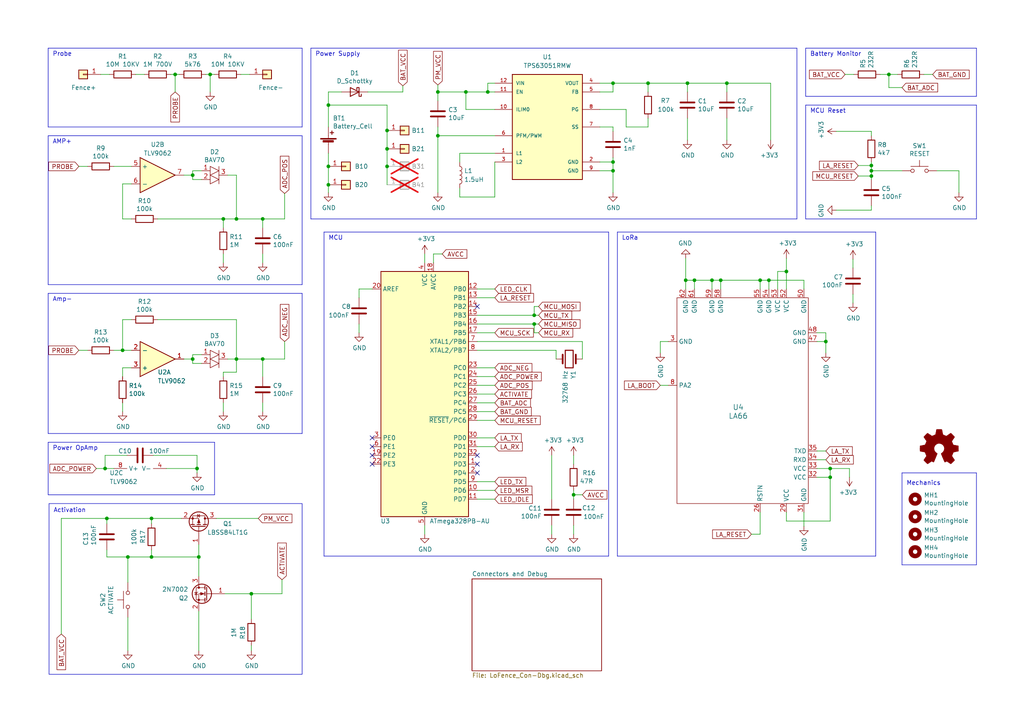
<source format=kicad_sch>
(kicad_sch (version 20230121) (generator eeschema)
  (paper "A4")
  (title_block (title "LoFence V2") (rev "0.4"))
  (junction (at 112.268 48.26))
  (junction (at 239.522 99.06))
  (junction (at 64.77 63.5))
  (junction (at 252.73 49.53))
  (junction (at 72.898 172.212))
  (junction (at 220.472 81.28))
  (junction (at 187.96 24.13))
  (junction (at 95.25 53.594))
  (junction (at 112.268 43.18))
  (junction (at 177.8 49.53))
  (junction (at 154.94 91.44))
  (junction (at 68.58 104.14))
  (junction (at 154.94 93.98))
  (junction (at 60.96 21.59))
  (junction (at 50.8 21.59))
  (junction (at 198.882 81.28))
  (junction (at 37.084 161.544))
  (junction (at 57.658 161.544))
  (junction (at 55.88 104.14))
  (junction (at 209.042 81.28))
  (junction (at 30.988 150.368))
  (junction (at 35.56 101.6))
  (junction (at 43.942 150.368))
  (junction (at 57.15 135.89))
  (junction (at 228.092 78.74))
  (junction (at 127 26.67))
  (junction (at 206.502 81.28))
  (junction (at 257.81 21.59))
  (junction (at 55.88 50.8))
  (junction (at 30.48 135.89))
  (junction (at 201.422 81.28))
  (junction (at 141.478 26.67))
  (junction (at 177.8 46.99))
  (junction (at 68.58 63.5))
  (junction (at 223.012 81.28))
  (junction (at 76.2 63.5))
  (junction (at 76.2 104.14))
  (junction (at 112.268 37.846))
  (junction (at 240.792 138.43))
  (junction (at 43.942 161.544))
  (junction (at 166.37 143.51))
  (junction (at 95.25 30.48))
  (junction (at 199.39 24.13))
  (junction (at 252.73 48.006))
  (junction (at 210.82 24.13))
  (junction (at 177.8 24.13))
  (junction (at 135.128 26.67))
  (junction (at 252.73 51.054))
  (junction (at 127 39.37))
  (junction (at 95.25 48.26))
  (junction (at 240.792 135.89))
  (no_connect (at 138.43 134.62))
  (no_connect (at 138.43 88.9))
  (no_connect (at 107.95 134.62))
  (no_connect (at 138.43 137.16))
  (no_connect (at 138.43 132.08))
  (no_connect (at 107.95 129.54))
  (no_connect (at 107.95 132.08))
  (no_connect (at 107.95 127))
  (wire (pts (xy 30.988 159.512) (xy 30.988 161.544)))
  (wire (pts (xy 156.21 88.9) (xy 154.94 88.9)))
  (wire (pts (xy 168.91 99.06) (xy 168.91 104.14)))
  (polyline (pts (xy 13.97 39.37) (xy 13.97 82.55)))
  (wire (pts (xy 173.99 31.75) (xy 181.61 31.75)))
  (polyline (pts (xy 283.21 163.83) (xy 283.21 137.16)))
  (wire (pts (xy 95.25 30.48) (xy 112.268 30.48)))
  (wire (pts (xy 143.51 46.99) (xy 143.51 57.15)))
  (wire (pts (xy 181.61 36.83) (xy 181.61 31.75)))
  (wire (pts (xy 35.56 63.5) (xy 38.1 63.5)))
  (wire (pts (xy 228.092 148.59) (xy 228.092 151.13)))
  (wire (pts (xy 95.25 48.26) (xy 95.25 53.594)))
  (wire (pts (xy 64.77 116.84) (xy 64.77 119.38)))
  (wire (pts (xy 95.25 26.67) (xy 99.06 26.67)))
  (wire (pts (xy 133.35 46.99) (xy 133.35 44.45)))
  (wire (pts (xy 248.92 48.006) (xy 252.73 48.006)))
  (wire (pts (xy 30.48 132.08) (xy 36.83 132.08)))
  (wire (pts (xy 187.96 24.13) (xy 177.8 24.13)))
  (wire (pts (xy 68.58 92.71) (xy 45.72 92.71)))
  (wire (pts (xy 138.43 142.24) (xy 143.51 142.24)))
  (wire (pts (xy 35.56 101.6) (xy 38.1 101.6)))
  (polyline (pts (xy 283.21 30.48) (xy 283.21 63.5)))
  (wire (pts (xy 166.37 144.78) (xy 166.37 143.51)))
  (wire (pts (xy 206.502 83.82) (xy 206.502 81.28)))
  (wire (pts (xy 38.1 53.34) (xy 35.56 53.34)))
  (polyline (pts (xy 87.63 36.83) (xy 13.97 36.83)))
  (wire (pts (xy 220.472 83.82) (xy 220.472 81.28)))
  (polyline (pts (xy 87.63 13.97) (xy 13.97 13.97)))
  (wire (pts (xy 143.51 86.36) (xy 138.43 86.36)))
  (wire (pts (xy 112.268 37.846) (xy 112.268 43.18)))
  (wire (pts (xy 223.012 83.82) (xy 223.012 81.28)))
  (wire (pts (xy 64.77 76.2) (xy 64.77 73.66)))
  (wire (pts (xy 35.56 101.6) (xy 33.02 101.6)))
  (wire (pts (xy 127 26.67) (xy 135.128 26.67)))
  (wire (pts (xy 82.55 56.134) (xy 82.55 63.5)))
  (wire (pts (xy 65.278 172.212) (xy 72.898 172.212)))
  (polyline (pts (xy 233.68 30.48) (xy 283.21 30.48)))
  (wire (pts (xy 209.042 81.28) (xy 206.502 81.28)))
  (wire (pts (xy 116.84 24.892) (xy 116.84 26.67)))
  (wire (pts (xy 43.942 161.544) (xy 57.658 161.544)))
  (wire (pts (xy 55.88 52.07) (xy 55.88 50.8)))
  (wire (pts (xy 76.2 73.66) (xy 76.2 76.2)))
  (wire (pts (xy 66.04 104.14) (xy 68.58 104.14)))
  (polyline (pts (xy 176.53 161.29) (xy 93.98 161.29)))
  (wire (pts (xy 123.19 152.4) (xy 123.19 154.94)))
  (wire (pts (xy 35.56 119.38) (xy 35.56 116.84)))
  (polyline (pts (xy 87.63 125.73) (xy 13.97 125.73)))
  (wire (pts (xy 247.396 87.884) (xy 247.396 85.344)))
  (wire (pts (xy 177.8 26.67) (xy 177.8 24.13)))
  (polyline (pts (xy 283.21 27.94) (xy 233.68 27.94)))
  (wire (pts (xy 95.25 30.48) (xy 95.25 36.83)))
  (wire (pts (xy 133.35 57.15) (xy 133.35 54.61)))
  (wire (pts (xy 30.48 135.89) (xy 30.48 132.08)))
  (wire (pts (xy 201.422 83.82) (xy 201.422 81.28)))
  (wire (pts (xy 44.45 132.08) (xy 57.15 132.08)))
  (wire (pts (xy 76.2 66.04) (xy 76.2 63.5)))
  (wire (pts (xy 173.99 36.83) (xy 177.8 36.83)))
  (wire (pts (xy 64.77 63.5) (xy 64.77 66.04)))
  (wire (pts (xy 252.73 51.054) (xy 252.73 49.53)))
  (wire (pts (xy 209.042 83.82) (xy 209.042 81.28)))
  (wire (pts (xy 138.43 99.06) (xy 168.91 99.06)))
  (polyline (pts (xy 13.97 39.37) (xy 87.63 39.37)))
  (wire (pts (xy 55.88 104.14) (xy 53.34 104.14)))
  (wire (pts (xy 240.792 151.13) (xy 240.792 138.43)))
  (wire (pts (xy 161.29 101.6) (xy 161.29 104.14)))
  (wire (pts (xy 143.51 31.75) (xy 135.128 31.75)))
  (wire (pts (xy 257.81 25.4) (xy 261.62 25.4)))
  (wire (pts (xy 72.898 172.212) (xy 72.898 179.578)))
  (wire (pts (xy 199.39 26.67) (xy 199.39 24.13)))
  (wire (pts (xy 76.2 109.22) (xy 76.2 104.14)))
  (polyline (pts (xy 254 67.31) (xy 179.07 67.31)))
  (polyline (pts (xy 231.14 63.5) (xy 231.14 13.97)))
  (wire (pts (xy 48.26 135.89) (xy 57.15 135.89)))
  (wire (pts (xy 55.88 49.53) (xy 55.88 50.8)))
  (wire (pts (xy 247.65 21.59) (xy 245.11 21.59)))
  (wire (pts (xy 239.522 133.35) (xy 236.982 133.35)))
  (wire (pts (xy 225.552 83.82) (xy 225.552 78.74)))
  (wire (pts (xy 35.56 92.71) (xy 35.56 101.6)))
  (wire (pts (xy 257.81 25.4) (xy 257.81 21.59)))
  (wire (pts (xy 252.73 48.006) (xy 252.73 49.53)))
  (wire (pts (xy 236.982 96.52) (xy 239.522 96.52)))
  (wire (pts (xy 58.42 105.41) (xy 55.88 105.41)))
  (wire (pts (xy 135.128 31.75) (xy 135.128 26.67)))
  (wire (pts (xy 271.78 49.53) (xy 278.13 49.53)))
  (wire (pts (xy 112.268 48.26) (xy 112.268 53.594)))
  (wire (pts (xy 143.51 57.15) (xy 133.35 57.15)))
  (wire (pts (xy 37.084 161.544) (xy 43.942 161.544)))
  (polyline (pts (xy 62.23 128.27) (xy 13.97 128.27)))
  (wire (pts (xy 49.53 21.59) (xy 50.8 21.59)))
  (wire (pts (xy 38.1 106.68) (xy 35.56 106.68)))
  (wire (pts (xy 187.96 34.29) (xy 187.96 36.83)))
  (wire (pts (xy 143.51 127) (xy 138.43 127)))
  (wire (pts (xy 39.37 21.59) (xy 41.91 21.59)))
  (wire (pts (xy 64.77 107.95) (xy 68.58 107.95)))
  (polyline (pts (xy 283.21 63.5) (xy 233.68 63.5)))
  (wire (pts (xy 64.77 63.5) (xy 68.58 63.5)))
  (wire (pts (xy 76.2 104.14) (xy 68.58 104.14)))
  (polyline (pts (xy 231.14 63.5) (xy 90.17 63.5)))
  (wire (pts (xy 143.51 129.54) (xy 138.43 129.54)))
  (wire (pts (xy 143.51 121.92) (xy 138.43 121.92)))
  (polyline (pts (xy 87.63 82.55) (xy 13.97 82.55)))
  (wire (pts (xy 55.88 50.8) (xy 53.34 50.8)))
  (polyline (pts (xy 283.21 27.94) (xy 283.21 13.97)))
  (wire (pts (xy 154.94 88.9) (xy 154.94 91.44)))
  (wire (pts (xy 168.91 143.51) (xy 166.37 143.51)))
  (wire (pts (xy 76.2 104.14) (xy 82.55 104.14)))
  (wire (pts (xy 228.092 74.93) (xy 228.092 78.74)))
  (wire (pts (xy 57.658 177.292) (xy 57.658 188.722)))
  (wire (pts (xy 35.56 106.68) (xy 35.56 109.22)))
  (wire (pts (xy 220.472 81.28) (xy 209.042 81.28)))
  (wire (pts (xy 141.478 26.67) (xy 143.51 26.67)))
  (wire (pts (xy 107.95 83.82) (xy 104.14 83.82)))
  (wire (pts (xy 239.522 130.81) (xy 236.982 130.81)))
  (wire (pts (xy 252.73 49.53) (xy 261.62 49.53)))
  (polyline (pts (xy 179.07 161.29) (xy 179.07 67.31)))
  (wire (pts (xy 201.422 81.28) (xy 198.882 81.28)))
  (wire (pts (xy 17.78 150.368) (xy 30.988 150.368)))
  (wire (pts (xy 198.882 74.93) (xy 198.882 81.28)))
  (wire (pts (xy 125.73 73.66) (xy 125.73 76.2)))
  (wire (pts (xy 217.932 154.94) (xy 220.472 154.94)))
  (wire (pts (xy 240.792 135.89) (xy 240.792 138.43)))
  (wire (pts (xy 239.522 96.52) (xy 239.522 99.06)))
  (polyline (pts (xy 13.97 143.51) (xy 62.23 143.51)))
  (wire (pts (xy 270.51 21.59) (xy 267.97 21.59)))
  (wire (pts (xy 30.988 161.544) (xy 37.084 161.544)))
  (wire (pts (xy 82.55 104.14) (xy 82.55 99.06)))
  (wire (pts (xy 239.522 102.362) (xy 239.522 99.06)))
  (wire (pts (xy 138.43 83.82) (xy 143.51 83.82)))
  (wire (pts (xy 138.43 114.3) (xy 143.51 114.3)))
  (wire (pts (xy 257.81 21.59) (xy 260.35 21.59)))
  (wire (pts (xy 127 26.67) (xy 127 29.21)))
  (wire (pts (xy 156.21 96.52) (xy 154.94 96.52)))
  (wire (pts (xy 25.4 101.6) (xy 22.86 101.6)))
  (wire (pts (xy 72.898 172.212) (xy 81.788 172.212)))
  (wire (pts (xy 37.084 179.07) (xy 37.084 188.722)))
  (wire (pts (xy 58.42 52.07) (xy 55.88 52.07)))
  (polyline (pts (xy 13.97 36.83) (xy 13.97 13.97)))
  (wire (pts (xy 35.56 53.34) (xy 35.56 63.5)))
  (wire (pts (xy 27.94 135.89) (xy 30.48 135.89)))
  (wire (pts (xy 104.14 83.82) (xy 104.14 86.36)))
  (wire (pts (xy 191.516 102.362) (xy 191.516 99.06)))
  (polyline (pts (xy 93.98 67.31) (xy 93.98 161.29)))
  (polyline (pts (xy 90.17 13.97) (xy 90.17 63.5)))
  (polyline (pts (xy 13.97 85.09) (xy 87.63 85.09)))
  (wire (pts (xy 127 36.83) (xy 127 39.37)))
  (wire (pts (xy 123.19 76.2) (xy 123.19 73.66)))
  (polyline (pts (xy 87.63 36.83) (xy 87.63 13.97)))
  (wire (pts (xy 143.51 111.76) (xy 138.43 111.76)))
  (wire (pts (xy 76.2 116.84) (xy 76.2 119.38)))
  (wire (pts (xy 138.43 144.78) (xy 143.51 144.78)))
  (wire (pts (xy 210.82 26.67) (xy 210.82 24.13)))
  (wire (pts (xy 50.8 21.59) (xy 52.07 21.59)))
  (wire (pts (xy 141.478 24.13) (xy 141.478 26.67)))
  (wire (pts (xy 60.96 21.59) (xy 62.23 21.59)))
  (wire (pts (xy 57.658 157.988) (xy 57.658 161.544)))
  (wire (pts (xy 233.172 148.59) (xy 233.172 152.654)))
  (polyline (pts (xy 283.21 137.16) (xy 261.62 137.16)))
  (wire (pts (xy 81.788 172.212) (xy 81.788 168.148)))
  (wire (pts (xy 199.39 24.13) (xy 210.82 24.13)))
  (wire (pts (xy 72.898 187.198) (xy 72.898 188.722)))
  (wire (pts (xy 95.25 44.45) (xy 95.25 48.26)))
  (wire (pts (xy 25.4 48.26) (xy 22.86 48.26)))
  (wire (pts (xy 246.38 135.89) (xy 246.38 138.43)))
  (wire (pts (xy 138.43 96.52) (xy 143.51 96.52)))
  (wire (pts (xy 57.15 135.89) (xy 57.15 137.16)))
  (wire (pts (xy 138.43 101.6) (xy 161.29 101.6)))
  (wire (pts (xy 43.942 161.544) (xy 43.942 159.512)))
  (wire (pts (xy 210.82 34.29) (xy 210.82 40.64)))
  (wire (pts (xy 57.658 167.132) (xy 57.658 161.544)))
  (wire (pts (xy 236.982 135.89) (xy 240.792 135.89)))
  (wire (pts (xy 173.99 49.53) (xy 177.8 49.53)))
  (wire (pts (xy 252.73 60.96) (xy 252.73 59.69)))
  (wire (pts (xy 37.084 161.544) (xy 37.084 168.91)))
  (wire (pts (xy 187.96 24.13) (xy 199.39 24.13)))
  (wire (pts (xy 57.15 132.08) (xy 57.15 135.89)))
  (polyline (pts (xy 13.97 128.27) (xy 13.97 143.51)))
  (wire (pts (xy 154.94 91.44) (xy 156.21 91.44)))
  (wire (pts (xy 66.04 50.8) (xy 68.58 50.8)))
  (wire (pts (xy 166.37 143.51) (xy 166.37 142.24)))
  (wire (pts (xy 228.092 151.13) (xy 240.792 151.13)))
  (wire (pts (xy 59.69 21.59) (xy 60.96 21.59)))
  (wire (pts (xy 177.8 45.72) (xy 177.8 46.99)))
  (wire (pts (xy 166.37 154.94) (xy 166.37 152.4)))
  (wire (pts (xy 38.1 48.26) (xy 33.02 48.26)))
  (wire (pts (xy 135.128 26.67) (xy 141.478 26.67)))
  (wire (pts (xy 225.552 78.74) (xy 228.092 78.74)))
  (wire (pts (xy 127 24.638) (xy 127 26.67)))
  (polyline (pts (xy 233.68 27.94) (xy 233.68 13.97)))
  (wire (pts (xy 60.96 26.67) (xy 60.96 21.59)))
  (wire (pts (xy 55.88 102.87) (xy 55.88 104.14)))
  (wire (pts (xy 223.52 24.13) (xy 210.82 24.13)))
  (wire (pts (xy 173.99 24.13) (xy 177.8 24.13)))
  (wire (pts (xy 138.43 139.7) (xy 143.51 139.7)))
  (wire (pts (xy 187.96 26.67) (xy 187.96 24.13)))
  (wire (pts (xy 236.982 138.43) (xy 240.792 138.43)))
  (wire (pts (xy 30.988 150.368) (xy 43.942 150.368)))
  (wire (pts (xy 112.268 30.48) (xy 112.268 37.846)))
  (wire (pts (xy 17.78 183.896) (xy 17.78 150.368)))
  (wire (pts (xy 191.516 111.76) (xy 193.802 111.76)))
  (polyline (pts (xy 13.97 85.09) (xy 13.97 125.73)))
  (wire (pts (xy 252.73 51.054) (xy 252.73 52.07)))
  (wire (pts (xy 68.58 50.8) (xy 68.58 63.5)))
  (wire (pts (xy 199.39 34.29) (xy 199.39 40.64)))
  (wire (pts (xy 160.02 154.94) (xy 160.02 152.4)))
  (wire (pts (xy 76.2 63.5) (xy 82.55 63.5)))
  (wire (pts (xy 68.58 92.71) (xy 68.58 104.14)))
  (polyline (pts (xy 261.62 163.83) (xy 283.21 163.83)))
  (wire (pts (xy 252.73 46.99) (xy 252.73 48.006)))
  (wire (pts (xy 127 39.37) (xy 143.51 39.37)))
  (wire (pts (xy 255.27 21.59) (xy 257.81 21.59)))
  (wire (pts (xy 116.84 26.67) (xy 106.68 26.67)))
  (polyline (pts (xy 87.63 82.55) (xy 87.63 39.37)))
  (wire (pts (xy 58.42 49.53) (xy 55.88 49.53)))
  (wire (pts (xy 223.52 40.64) (xy 223.52 24.13)))
  (wire (pts (xy 166.37 134.62) (xy 166.37 132.08)))
  (wire (pts (xy 95.25 26.67) (xy 95.25 30.48)))
  (wire (pts (xy 30.988 150.368) (xy 30.988 151.892)))
  (wire (pts (xy 143.51 109.22) (xy 138.43 109.22)))
  (wire (pts (xy 112.268 43.18) (xy 112.268 48.26)))
  (wire (pts (xy 247.396 77.724) (xy 247.396 75.184)))
  (wire (pts (xy 143.51 106.68) (xy 138.43 106.68)))
  (wire (pts (xy 239.522 99.06) (xy 236.982 99.06)))
  (wire (pts (xy 252.73 38.1) (xy 252.73 39.37)))
  (polyline (pts (xy 254 67.31) (xy 254 161.29)))
  (wire (pts (xy 154.94 93.98) (xy 156.21 93.98)))
  (wire (pts (xy 104.14 96.52) (xy 104.14 93.98)))
  (wire (pts (xy 177.8 46.99) (xy 177.8 49.53)))
  (wire (pts (xy 29.21 21.59) (xy 31.75 21.59)))
  (wire (pts (xy 143.51 24.13) (xy 141.478 24.13)))
  (wire (pts (xy 68.58 107.95) (xy 68.58 104.14)))
  (wire (pts (xy 240.792 135.89) (xy 246.38 135.89)))
  (wire (pts (xy 64.77 109.22) (xy 64.77 107.95)))
  (wire (pts (xy 160.02 144.78) (xy 160.02 132.08)))
  (wire (pts (xy 177.8 36.83) (xy 177.8 38.1)))
  (polyline (pts (xy 93.98 67.31) (xy 176.53 67.31)))
  (wire (pts (xy 173.99 26.67) (xy 177.8 26.67)))
  (wire (pts (xy 55.88 105.41) (xy 55.88 104.14)))
  (wire (pts (xy 191.516 99.06) (xy 193.802 99.06)))
  (wire (pts (xy 198.882 81.28) (xy 198.882 83.82)))
  (wire (pts (xy 220.472 148.59) (xy 220.472 154.94)))
  (polyline (pts (xy 283.21 13.97) (xy 233.68 13.97)))
  (wire (pts (xy 248.92 51.054) (xy 252.73 51.054)))
  (polyline (pts (xy 62.23 143.51) (xy 62.23 128.27)))
  (wire (pts (xy 143.51 119.38) (xy 138.43 119.38)))
  (wire (pts (xy 173.99 46.99) (xy 177.8 46.99)))
  (wire (pts (xy 58.42 102.87) (xy 55.88 102.87)))
  (wire (pts (xy 30.48 135.89) (xy 33.02 135.89)))
  (wire (pts (xy 125.73 73.66) (xy 128.27 73.66)))
  (wire (pts (xy 127 39.37) (xy 127 55.88)))
  (polyline (pts (xy 233.68 30.48) (xy 233.68 63.5)))
  (wire (pts (xy 138.43 93.98) (xy 154.94 93.98)))
  (wire (pts (xy 50.8 21.59) (xy 50.8 26.67)))
  (wire (pts (xy 187.96 36.83) (xy 181.61 36.83)))
  (wire (pts (xy 233.172 83.82) (xy 233.172 81.28)))
  (wire (pts (xy 43.942 150.368) (xy 43.942 151.892)))
  (polyline (pts (xy 90.17 13.97) (xy 231.14 13.97)))
  (wire (pts (xy 62.738 150.368) (xy 74.93 150.368)))
  (wire (pts (xy 233.172 81.28) (xy 223.012 81.28)))
  (wire (pts (xy 206.502 81.28) (xy 201.422 81.28)))
  (polyline (pts (xy 261.62 137.16) (xy 261.62 163.83)))
  (wire (pts (xy 38.1 92.71) (xy 35.56 92.71)))
  (wire (pts (xy 143.51 116.84) (xy 138.43 116.84)))
  (wire (pts (xy 242.57 60.96) (xy 252.73 60.96)))
  (polyline (pts (xy 176.53 67.31) (xy 176.53 161.29)))
  (wire (pts (xy 154.94 96.52) (xy 154.94 93.98)))
  (wire (pts (xy 242.57 38.1) (xy 252.73 38.1)))
  (wire (pts (xy 133.35 44.45) (xy 143.51 44.45)))
  (wire (pts (xy 43.942 150.368) (xy 52.578 150.368)))
  (wire (pts (xy 69.85 21.59) (xy 72.39 21.59)))
  (wire (pts (xy 177.8 49.53) (xy 177.8 55.88)))
  (wire (pts (xy 278.13 49.53) (xy 278.13 55.88)))
  (polyline (pts (xy 87.63 85.09) (xy 87.63 125.73)))
  (wire (pts (xy 228.092 78.74) (xy 228.092 83.82)))
  (polyline (pts (xy 254 161.29) (xy 179.07 161.29)))
  (wire (pts (xy 95.25 53.594) (xy 95.25 55.88)))
  (wire (pts (xy 223.012 81.28) (xy 220.472 81.28)))
  (wire (pts (xy 45.72 63.5) (xy 64.77 63.5)))
  (wire (pts (xy 76.2 63.5) (xy 68.58 63.5)))
  (wire (pts (xy 138.43 91.44) (xy 154.94 91.44)))
  (rectangle (start 14.224 146.05) (end 87.63 195.58))
  (text "Power Supply" (at 91.44 16.51 0) (effects (font (size 1.27 1.27)) (justify left bottom)))
  (text "Battery Monitor" (at 234.95 16.51 0) (effects (font (size 1.27 1.27)) (justify left bottom)))
  (text "AMP+" (at 15.24 41.91 0) (effects (font (size 1.27 1.27)) (justify left bottom)))
  (text "MCU" (at 95.25 69.85 0) (effects (font (size 1.27 1.27)) (justify left bottom)))
  (text "Mechanics" (at 262.89 140.97 0) (effects (font (size 1.27 1.27)) (justify left bottom)))
  (text "MCU Reset" (at 234.95 33.02 0) (effects (font (size 1.27 1.27)) (justify left bottom)))
  (text "Activation" (at 15.494 148.844 0) (effects (font (size 1.27 1.27)) (justify left bottom)))
  (text "Power OpAmp" (at 15.24 130.81 0) (effects (font (size 1.27 1.27)) (justify left bottom)))
  (text "LoRa" (at 180.34 69.85 0) (effects (font (size 1.27 1.27)) (justify left bottom)))
  (text "Probe" (at 15.24 16.51 0) (effects (font (size 1.27 1.27)) (justify left bottom)))
  (text "Amp-" (at 15.24 87.63 0) (effects (font (size 1.27 1.27)) (justify left bottom)))
  (global_label "LED_MSR" (shape input) (at 143.51 142.24 0) (property "Intersheetrefs" "${INTERSHEET_REFS}" (effects hide)))
  (global_label "ACTIVATE" (shape input) (at 81.788 168.148 90) (property "Intersheetrefs" "${INTERSHEET_REFS}" (effects hide)))
  (global_label "BAT_ADC" (shape input) (at 143.51 116.84 0) (property "Intersheetrefs" "${INTERSHEET_REFS}" (effects hide)))
  (global_label "ADC_POWER" (shape input) (at 27.94 135.89 180) (property "Intersheetrefs" "${INTERSHEET_REFS}" (effects hide)))
  (global_label "BAT_VCC" (shape input) (at 245.11 21.59 180) (property "Intersheetrefs" "${INTERSHEET_REFS}" (effects hide)))
  (global_label "MCU_RX" (shape input) (at 156.21 96.52 0) (property "Intersheetrefs" "${INTERSHEET_REFS}" (effects hide)))
  (global_label "ADC_POS" (shape input) (at 82.55 56.134 90) (property "Intersheetrefs" "${INTERSHEET_REFS}" (effects hide)))
  (global_label "LA_RESET" (shape input) (at 217.932 154.94 180) (property "Intersheetrefs" "${INTERSHEET_REFS}" (effects hide)))
  (global_label "PROBE" (shape input) (at 22.86 101.6 180) (property "Intersheetrefs" "${INTERSHEET_REFS}" (effects hide)))
  (global_label "LED_TX" (shape input) (at 143.51 139.7 0) (property "Intersheetrefs" "${INTERSHEET_REFS}" (effects hide)))
  (global_label "PM_VCC" (shape input) (at 127 24.638 90) (property "Intersheetrefs" "${INTERSHEET_REFS}" (effects hide)))
  (global_label "BAT_GND" (shape input) (at 270.51 21.59 0) (property "Intersheetrefs" "${INTERSHEET_REFS}" (effects hide)))
  (global_label "LA_RX" (shape input) (at 143.51 129.54 0) (property "Intersheetrefs" "${INTERSHEET_REFS}" (effects hide)))
  (global_label "BAT_VCC" (shape input) (at 116.84 24.892 90) (property "Intersheetrefs" "${INTERSHEET_REFS}" (effects hide)))
  (global_label "BAT_ADC" (shape input) (at 261.62 25.4 0) (property "Intersheetrefs" "${INTERSHEET_REFS}" (effects hide)))
  (global_label "LED_IDLE" (shape input) (at 143.51 144.78 0) (property "Intersheetrefs" "${INTERSHEET_REFS}" (effects hide)))
  (global_label "LA_RESET" (shape input) (at 248.92 48.006 180) (property "Intersheetrefs" "${INTERSHEET_REFS}" (effects hide)))
  (global_label "AVCC" (shape input) (at 128.27 73.66 0) (property "Intersheetrefs" "${INTERSHEET_REFS}" (effects hide)))
  (global_label "AVCC" (shape input) (at 168.91 143.51 0) (property "Intersheetrefs" "${INTERSHEET_REFS}" (effects hide)))
  (global_label "LA_RESET" (shape input) (at 143.51 86.36 0) (property "Intersheetrefs" "${INTERSHEET_REFS}" (effects hide)))
  (global_label "ADC_NEG" (shape input) (at 82.55 99.06 90) (property "Intersheetrefs" "${INTERSHEET_REFS}" (effects hide)))
  (global_label "MCU_MISO" (shape input) (at 156.21 93.98 0) (property "Intersheetrefs" "${INTERSHEET_REFS}" (effects hide)))
  (global_label "LA_RX" (shape input) (at 239.522 133.35 0) (property "Intersheetrefs" "${INTERSHEET_REFS}" (effects hide)))
  (global_label "ADC_POWER" (shape input) (at 143.51 109.22 0) (property "Intersheetrefs" "${INTERSHEET_REFS}" (effects hide)))
  (global_label "LA_TX" (shape input) (at 239.522 130.81 0) (property "Intersheetrefs" "${INTERSHEET_REFS}" (effects hide)))
  (global_label "MCU_RESET" (shape input) (at 143.51 121.92 0) (property "Intersheetrefs" "${INTERSHEET_REFS}" (effects hide)))
  (global_label "ACTIVATE" (shape input) (at 143.51 114.3 0) (property "Intersheetrefs" "${INTERSHEET_REFS}" (effects hide)))
  (global_label "LED_CLK" (shape input) (at 143.51 83.82 0) (property "Intersheetrefs" "${INTERSHEET_REFS}" (effects hide)))
  (global_label "ADC_POS" (shape input) (at 143.51 111.76 0) (property "Intersheetrefs" "${INTERSHEET_REFS}" (effects hide)))
  (global_label "PM_VCC" (shape input) (at 74.93 150.368 0) (property "Intersheetrefs" "${INTERSHEET_REFS}" (effects hide)))
  (global_label "PROBE" (shape input) (at 22.86 48.26 180) (property "Intersheetrefs" "${INTERSHEET_REFS}" (effects hide)))
  (global_label "ADC_NEG" (shape input) (at 143.51 106.68 0) (property "Intersheetrefs" "${INTERSHEET_REFS}" (effects hide)))
  (global_label "PROBE" (shape input) (at 50.8 26.67 270) (property "Intersheetrefs" "${INTERSHEET_REFS}" (effects hide)))
  (global_label "BAT_VCC" (shape input) (at 17.78 183.896 270) (property "Intersheetrefs" "${INTERSHEET_REFS}" (effects hide)))
  (global_label "LA_TX" (shape input) (at 143.51 127 0) (property "Intersheetrefs" "${INTERSHEET_REFS}" (effects hide)))
  (global_label "LA_BOOT" (shape input) (at 191.516 111.76 180) (property "Intersheetrefs" "${INTERSHEET_REFS}" (effects hide)))
  (global_label "MCU_RESET" (shape input) (at 248.92 51.054 180) (property "Intersheetrefs" "${INTERSHEET_REFS}" (effects hide)))
  (global_label "MCU_MOSI" (shape input) (at 156.21 88.9 0) (property "Intersheetrefs" "${INTERSHEET_REFS}" (effects hide)))
  (global_label "MCU_SCK" (shape input) (at 143.51 96.52 0) (property "Intersheetrefs" "${INTERSHEET_REFS}" (effects hide)))
  (global_label "MCU_TX" (shape input) (at 156.21 91.44 0) (property "Intersheetrefs" "${INTERSHEET_REFS}" (effects hide)))
  (global_label "BAT_GND" (shape input) (at 143.51 119.38 0) (property "Intersheetrefs" "${INTERSHEET_REFS}" (effects hide)))
  (symbol (lib_id "Connector_Generic:Conn_01x01") (at 24.13 21.59 180) (unit 1) (in_bom no)
    (property "Reference" "J1" (effects hide))
    (property "Value" "Fence+" (at 27.94 25.4 0) (effects (justify left)))
    (property "Footprint" "TestPoint:TestPoint_THTPad_4.0x4.0mm_Drill2.0mm" (effects hide))
  )
  (symbol (lib_id "Connector_Generic:Conn_01x01") (at 77.47 21.59 0) (unit 1) (in_bom no)
    (property "Reference" "J2" (effects hide))
    (property "Value" "Fence-" (at 74.93 25.4 0) (effects (justify left)))
    (property "Footprint" "TestPoint:TestPoint_THTPad_4.0x4.0mm_Drill2.0mm" (effects hide))
  )
  (symbol (lib_id "ALITECS:TLV9062") (at 45.72 50.8 0) (unit 2)
    (property "Reference" "U2" (at 45.72 41.91 0))
    (property "Value" "TLV9062" (at 45.72 44.45 0))
    (property "Footprint" "Package_SO:SOIC-8_3.9x4.9mm_P1.27mm" (effects hide))
    (property "JLCPCB Part #" "C398355" (effects hide))
    (property "JLCPCB Rotation Offset" "-90" (effects hide))
  )
  (symbol (lib_id "ALITECS:TLV9062") (at 40.64 138.43 90) (mirror x) (unit 3)
    (property "Reference" "U2" (at 31.75 137.16 90) (effects (justify right)))
    (property "Value" "TLV9062" (at 31.75 139.7 90) (effects (justify right)))
    (property "Footprint" "Package_SO:SOIC-8_3.9x4.9mm_P1.27mm" (effects hide))
    (property "JLCPCB Part #" "C398355" (effects hide))
    (property "JLCPCB Rotation Offset" "-90" (effects hide))
  )
  (symbol (lib_id "Device:Battery_Cell") (at 95.25 41.91 0) (unit 1) (in_bom no) (on_board no)
    (property "Reference" "BT1" (at 96.52 34.29 0) (effects (justify left)))
    (property "Value" "Battery_Cell" (at 96.52 36.6014 0) (effects (justify left)))
    (property "Footprint" "ALITECS:18500HolderSMD_x2_BeilaMoo" (effects hide))
  )
  (symbol (lib_id "Device:R") (at 252.73 43.18 0) (unit 1)
    (property "Reference" "R8" (at 254.508 42.0116 0) (effects (justify left)))
    (property "Value" "4k7" (at 254.508 44.323 0) (effects (justify left)))
    (property "Footprint" "Resistor_SMD:R_0603_1608Metric_Pad0.98x0.95mm_HandSolder" (effects hide))
  )
  (symbol (lib_id "Device:C") (at 252.73 55.88 0) (unit 1)
    (property "Reference" "C5" (at 255.651 54.7116 0) (effects (justify left)))
    (property "Value" "100nF" (at 255.651 57.023 0) (effects (justify left)))
    (property "Footprint" "Capacitor_SMD:C_0805_2012Metric_Pad1.18x1.45mm_HandSolder" (effects hide))
  )
  (symbol (lib_id "Device:C") (at 76.2 69.85 0) (unit 1)
    (property "Reference" "C6" (at 79.121 68.6816 0) (effects (justify left)))
    (property "Value" "100nF" (at 79.121 70.993 0) (effects (justify left)))
    (property "Footprint" "Capacitor_SMD:C_0805_2012Metric_Pad1.18x1.45mm_HandSolder" (effects hide))
  )
  (symbol (lib_id "Device:C") (at 127 33.02 0) (unit 1)
    (property "Reference" "C3" (at 129.9972 31.8516 0) (effects (justify left)))
    (property "Value" "10uF" (at 129.9972 34.163 0) (effects (justify left)))
    (property "Footprint" "Capacitor_SMD:C_0805_2012Metric_Pad1.18x1.45mm_HandSolder" (effects hide))
  )
  (symbol (lib_id "lofence-rescue:+3.3V-power") (at 242.57 38.1 90) (unit 1)
    (property "Reference" "#PWR02" (effects hide))
    (property "Value" "+3.3V" (at 238.1758 37.719 0))
  )
  (symbol (lib_id "power:GND") (at 242.57 60.96 270) (unit 1)
    (property "Reference" "#PWR010" (effects hide))
    (property "Value" "GND" (at 238.1758 61.087 0))
  )
  (symbol (lib_id "Device:R") (at 41.91 63.5 270) (unit 1)
    (property "Reference" "R10" (at 41.91 58.2422 90))
    (property "Value" "100k" (at 41.91 60.5536 90))
    (property "Footprint" "Resistor_SMD:R_0603_1608Metric_Pad0.98x0.95mm_HandSolder" (effects hide))
  )
  (symbol (lib_id "Device:R") (at 64.77 69.85 180) (unit 1)
    (property "Reference" "R11" (at 66.548 68.6816 0) (effects (justify right)))
    (property "Value" "1M" (at 66.548 70.993 0) (effects (justify right)))
    (property "Footprint" "Resistor_SMD:R_0603_1608Metric_Pad0.98x0.95mm_HandSolder" (effects hide))
  )
  (symbol (lib_id "power:GND") (at 64.77 76.2 0) (unit 1)
    (property "Reference" "#PWR015" (effects hide))
    (property "Value" "GND" (at 64.897 80.5942 0))
  )
  (symbol (lib_id "power:GND") (at 76.2 76.2 0) (unit 1)
    (property "Reference" "#PWR016" (effects hide))
    (property "Value" "GND" (at 76.327 80.5942 0))
  )
  (symbol (lib_id "Device:R") (at 29.21 48.26 270) (unit 1)
    (property "Reference" "R9" (at 29.21 43.0022 90))
    (property "Value" "100k" (at 29.21 45.3136 90))
    (property "Footprint" "Resistor_SMD:R_0603_1608Metric_Pad0.98x0.95mm_HandSolder" (effects hide))
  )
  (symbol (lib_id "Device:R") (at 29.21 101.6 270) (unit 1)
    (property "Reference" "R13" (at 29.21 96.3422 90))
    (property "Value" "100k" (at 29.21 98.6536 90))
    (property "Footprint" "Resistor_SMD:R_0603_1608Metric_Pad0.98x0.95mm_HandSolder" (effects hide))
  )
  (symbol (lib_id "Device:R") (at 41.91 92.71 270) (unit 1)
    (property "Reference" "R12" (at 41.91 87.4522 90))
    (property "Value" "100k" (at 41.91 89.7636 90))
    (property "Footprint" "Resistor_SMD:R_0603_1608Metric_Pad0.98x0.95mm_HandSolder" (effects hide))
  )
  (symbol (lib_id "Device:R") (at 35.56 113.03 180) (unit 1)
    (property "Reference" "R14" (at 37.338 111.8616 0) (effects (justify right)))
    (property "Value" "100k" (at 37.338 114.173 0) (effects (justify right)))
    (property "Footprint" "Resistor_SMD:R_0603_1608Metric_Pad0.98x0.95mm_HandSolder" (effects hide))
  )
  (symbol (lib_id "power:GND") (at 35.56 119.38 0) (unit 1)
    (property "Reference" "#PWR021" (effects hide))
    (property "Value" "GND" (at 35.687 123.7742 0))
  )
  (symbol (lib_id "Device:R") (at 64.77 113.03 180) (unit 1)
    (property "Reference" "R15" (at 66.548 111.8616 0) (effects (justify right)))
    (property "Value" "1M" (at 66.548 114.173 0) (effects (justify right)))
    (property "Footprint" "Resistor_SMD:R_0603_1608Metric_Pad0.98x0.95mm_HandSolder" (effects hide))
  )
  (symbol (lib_id "Device:C") (at 76.2 113.03 0) (unit 1)
    (property "Reference" "C9" (at 79.121 111.8616 0) (effects (justify left)))
    (property "Value" "100nF" (at 79.121 114.173 0) (effects (justify left)))
    (property "Footprint" "Capacitor_SMD:C_0805_2012Metric_Pad1.18x1.45mm_HandSolder" (effects hide))
  )
  (symbol (lib_id "power:GND") (at 64.77 119.38 0) (unit 1)
    (property "Reference" "#PWR022" (effects hide))
    (property "Value" "GND" (at 64.897 123.7742 0))
  )
  (symbol (lib_id "power:GND") (at 76.2 119.38 0) (unit 1)
    (property "Reference" "#PWR023" (effects hide))
    (property "Value" "GND" (at 76.327 123.7742 0))
  )
  (symbol (lib_id "Device:R") (at 35.56 21.59 270) (unit 1) (in_bom no)
    (property "Reference" "R1" (at 35.56 16.3322 90))
    (property "Value" "10M 10KV" (at 35.56 18.6436 90))
    (property "Footprint" "Resistor_THT:R_Axial_DIN0516_L15.5mm_D5.0mm_P20.32mm_Horizontal" (effects hide))
    (property "TME Order #" "VR68000001005JAC00" (effects hide))
  )
  (symbol (lib_id "Device:R") (at 45.72 21.59 270) (unit 1) (in_bom no)
    (property "Reference" "R2" (at 45.72 16.3322 90))
    (property "Value" "1M 700V" (at 45.72 18.6436 90))
    (property "Footprint" "Resistor_THT:R_Axial_DIN0207_L6.3mm_D2.5mm_P10.16mm_Horizontal" (effects hide))
    (property "TME Order #" "MGR0.25W-1M" (effects hide))
  )
  (symbol (lib_id "Device:R") (at 55.88 21.59 270) (unit 1) (in_bom no)
    (property "Reference" "R3" (at 55.88 16.3322 90))
    (property "Value" "5k76" (at 55.88 18.6436 90))
    (property "Footprint" "Resistor_SMD:R_0805_2012Metric_Pad1.20x1.40mm_HandSolder" (effects hide))
    (property "TME Order #" "RC0805FR-075K76L" (effects hide))
  )
  (symbol (lib_id "Device:R") (at 66.04 21.59 270) (unit 1) (in_bom no)
    (property "Reference" "R4" (at 66.04 16.3322 90))
    (property "Value" "10M 10KV" (at 66.04 18.6436 90))
    (property "Footprint" "Resistor_THT:R_Axial_DIN0516_L15.5mm_D5.0mm_P20.32mm_Horizontal" (effects hide))
    (property "TME Order #" "VR68000001005JAC00" (effects hide))
  )
  (symbol (lib_id "ALITECS:TLV9062") (at 45.72 104.14 0) (mirror x) (unit 1)
    (property "Reference" "U2" (at 45.72 107.95 0) (effects (justify left)))
    (property "Value" "TLV9062" (at 45.72 110.49 0) (effects (justify left)))
    (property "Footprint" "Package_SO:SOIC-8_3.9x4.9mm_P1.27mm" (effects hide))
    (property "JLCPCB Part #" "C398355" (effects hide))
    (property "JLCPCB Rotation Offset" "-90" (effects hide))
  )
  (symbol (lib_id "power:GND") (at 57.15 137.16 0) (unit 1)
    (property "Reference" "#PWR026" (effects hide))
    (property "Value" "GND" (at 57.277 141.5542 0))
  )
  (symbol (lib_id "Device:R") (at 251.46 21.59 270) (unit 1)
    (property "Reference" "R5" (at 250.2916 19.812 0) (effects (justify right)))
    (property "Value" "232R" (at 252.603 19.812 0) (effects (justify right)))
    (property "Footprint" "Resistor_SMD:R_0603_1608Metric_Pad0.98x0.95mm_HandSolder" (effects hide))
    (property "JLCPCB Part #" "C22913" (effects hide))
  )
  (symbol (lib_id "Device:R") (at 264.16 21.59 270) (unit 1)
    (property "Reference" "R6" (at 262.9916 19.812 0) (effects (justify right)))
    (property "Value" "232R" (at 265.303 19.812 0) (effects (justify right)))
    (property "Footprint" "Resistor_SMD:R_0603_1608Metric_Pad0.98x0.95mm_HandSolder" (effects hide))
    (property "JLCPCB Part #" "C22913" (effects hide))
  )
  (symbol (lib_id "ALITECS:LA66_serial-only") (at 214.122 118.11 0) (unit 1) (in_bom no)
    (property "Reference" "U4" (at 214.122 118.11 0) (effects (font (size 1.524 1.524))))
    (property "Value" "LA66" (at 214.122 120.65 0) (effects (font (size 1.524 1.524))))
    (property "Footprint" "ALITECS:LA66_serial-only" (effects hide))
  )
  (symbol (lib_id "power:GND") (at 191.516 102.362 0) (unit 1)
    (property "Reference" "#PWR019" (effects hide))
    (property "Value" "GND" (at 191.643 105.6132 90) (effects (justify right)))
  )
  (symbol (lib_id "power:GND") (at 233.172 152.654 0) (unit 1)
    (property "Reference" "#PWR028" (effects hide))
    (property "Value" "GND" (at 233.299 155.9052 90) (effects (justify right)))
  )
  (symbol (lib_id "power:GND") (at 239.522 102.362 0) (unit 1)
    (property "Reference" "#PWR020" (effects hide))
    (property "Value" "GND" (at 239.649 105.6132 90) (effects (justify right)))
  )
  (symbol (lib_id "power:GND") (at 198.882 74.93 180) (unit 1)
    (property "Reference" "#PWR012" (effects hide))
    (property "Value" "GND" (at 198.755 70.5358 0))
  )
  (symbol (lib_id "MCU_Microchip_ATmega:ATmega328PB-A") (at 123.19 114.3 0) (unit 1)
    (property "Reference" "U3" (at 111.76 151.13 0))
    (property "Value" "ATmega328PB-AU" (at 133.35 151.13 0))
    (property "Footprint" "Package_QFP:TQFP-32_7x7mm_P0.8mm" (effects hide))
    (property "Datasheet" "http://ww1.microchip.com/downloads/en/DeviceDoc/40001906C.pdf" (effects hide))
    (property "JLCPCB Part #" "C132230" (effects hide))
    (property "JLCPCB Rotation Offset" "-90" (effects hide))
  )
  (symbol (lib_id "lofence-rescue:+3.3V-power") (at 123.19 73.66 0) (unit 1)
    (property "Reference" "#PWR011" (effects hide))
    (property "Value" "+3.3V" (at 123.571 69.2658 0))
  )
  (symbol (lib_id "power:GND") (at 123.19 154.94 0) (unit 1)
    (property "Reference" "#PWR029" (effects hide))
    (property "Value" "GND" (at 123.317 159.3342 0))
  )
  (symbol (lib_id "Device:Crystal") (at 165.1 104.14 180) (unit 1)
    (property "Reference" "Y1" (at 166.2684 107.4674 90) (effects (justify left)))
    (property "Value" "32768 Hz" (at 163.957 107.4674 90) (effects (justify left)))
    (property "Footprint" "Crystal:Crystal_SMD_3215-2Pin_3.2x1.5mm" (effects hide))
    (property "JLCPCB Part #" "C32346" (effects hide))
  )
  (symbol (lib_id "Device:C") (at 104.14 90.17 0) (unit 1)
    (property "Reference" "C8" (at 99.06 88.9 0) (effects (justify left)))
    (property "Value" "100nF" (at 95.25 91.44 0) (effects (justify left)))
    (property "Footprint" "Capacitor_SMD:C_0805_2012Metric_Pad1.18x1.45mm_HandSolder" (effects hide))
  )
  (symbol (lib_id "power:GND") (at 104.14 96.52 0) (unit 1)
    (property "Reference" "#PWR018" (effects hide))
    (property "Value" "GND" (at 104.267 100.9142 0))
  )
  (symbol (lib_id "power:GND") (at 60.96 26.67 0) (unit 1)
    (property "Reference" "#PWR01" (effects hide))
    (property "Value" "GND" (at 61.087 31.0642 0))
  )
  (symbol (lib_id "Mechanical:MountingHole") (at 265.43 154.94 0) (unit 1) (in_bom no)
    (property "Reference" "MH3" (at 267.97 153.7716 0) (effects (justify left)))
    (property "Value" "MountingHole" (at 267.97 156.083 0) (effects (justify left)))
    (property "Footprint" "MountingHole:MountingHole_3.2mm_M3_DIN965_Pad" (effects hide))
  )
  (symbol (lib_id "lofence-rescue:BAV70LT-kiu") (at 62.23 50.8 0) (unit 1)
    (property "Reference" "D2" (at 62.23 44.069 0))
    (property "Value" "BAV70" (at 62.23 46.3804 0))
    (property "Footprint" "Package_TO_SOT_SMD:SOT-23" (effects hide))
    (property "Datasheet" "https://www.mouser.de/datasheet/2/308/BAV70LT1-D-102760.pdf" (effects hide))
    (property "JLCPCB Part #" "C68978" (effects hide))
    (property "JLCPCB Rotation Offset" "180" (effects hide))
  )
  (symbol (lib_id "lofence-rescue:BAV70LT-kiu") (at 62.23 104.14 0) (unit 1)
    (property "Reference" "D3" (at 62.23 97.409 0))
    (property "Value" "BAV70" (at 62.23 99.7204 0))
    (property "Footprint" "Package_TO_SOT_SMD:SOT-23" (effects hide))
    (property "Datasheet" "https://www.mouser.de/datasheet/2/308/BAV70LT1-D-102760.pdf" (effects hide))
    (property "JLCPCB Part #" "C68978" (effects hide))
    (property "JLCPCB Rotation Offset" "180" (effects hide))
  )
  (symbol (lib_id "Device:C") (at 247.396 81.534 0) (mirror x) (unit 1)
    (property "Reference" "C7" (at 244.5004 80.3656 0) (effects (justify right)))
    (property "Value" "100nF" (at 244.5004 82.677 0) (effects (justify right)))
    (property "Footprint" "Capacitor_SMD:C_0805_2012Metric_Pad1.18x1.45mm_HandSolder" (effects hide))
  )
  (symbol (lib_id "power:GND") (at 247.396 87.884 0) (unit 1)
    (property "Reference" "#PWR017" (effects hide))
    (property "Value" "GND" (at 247.523 92.2782 0))
  )
  (symbol (lib_id "Device:C") (at 210.82 30.48 0) (unit 1)
    (property "Reference" "C2" (at 213.8172 29.3116 0) (effects (justify left)))
    (property "Value" "10uF" (at 213.8172 31.623 0) (effects (justify left)))
    (property "Footprint" "Capacitor_SMD:C_0805_2012Metric_Pad1.18x1.45mm_HandSolder" (effects hide))
  )
  (symbol (lib_id "Device:C") (at 199.39 30.48 0) (unit 1)
    (property "Reference" "C1" (at 202.3872 29.3116 0) (effects (justify left)))
    (property "Value" "10uF" (at 202.3872 31.623 0) (effects (justify left)))
    (property "Footprint" "Capacitor_SMD:C_0805_2012Metric_Pad1.18x1.45mm_HandSolder" (effects hide))
  )
  (symbol (lib_id "Device:R") (at 187.96 30.48 0) (unit 1)
    (property "Reference" "R7" (at 194.31 29.21 0) (effects (justify right)))
    (property "Value" "100k" (at 195.58 31.75 0) (effects (justify right)))
    (property "Footprint" "Resistor_SMD:R_0603_1608Metric_Pad0.98x0.95mm_HandSolder" (effects hide))
  )
  (symbol (lib_id "power:GND") (at 127 55.88 0) (unit 1)
    (property "Reference" "#PWR07" (effects hide))
    (property "Value" "GND" (at 127.127 60.2742 0))
  )
  (symbol (lib_id "Device:C") (at 40.64 132.08 90) (mirror x) (unit 1)
    (property "Reference" "C10" (at 34.29 130.81 90) (effects (justify right)))
    (property "Value" "100nF" (at 43.18 130.81 90) (effects (justify right)))
    (property "Footprint" "Capacitor_SMD:C_0805_2012Metric_Pad1.18x1.45mm_HandSolder" (effects hide))
  )
  (symbol (lib_id "power:GND") (at 95.25 55.88 0) (unit 1)
    (property "Reference" "#PWR06" (effects hide))
    (property "Value" "GND" (at 95.377 60.2742 0))
  )
  (symbol (lib_id "lofence-rescue:+3.3V-power") (at 160.02 132.08 0) (unit 1)
    (property "Reference" "#PWR024" (effects hide))
    (property "Value" "+3.3V" (at 160.401 127.6858 0))
  )
  (symbol (lib_id "power:GND") (at 160.02 154.94 0) (unit 1)
    (property "Reference" "#PWR030" (effects hide))
    (property "Value" "GND" (at 160.147 159.3342 0))
  )
  (symbol (lib_id "Device:C") (at 160.02 148.59 0) (mirror x) (unit 1)
    (property "Reference" "C11" (at 157.1244 147.4216 0) (effects (justify right)))
    (property "Value" "100nF" (at 157.1244 149.733 0) (effects (justify right)))
    (property "Footprint" "Capacitor_SMD:C_0805_2012Metric_Pad1.18x1.45mm_HandSolder" (effects hide))
  )
  (symbol (lib_id "Device:C") (at 166.37 148.59 180) (unit 1)
    (property "Reference" "C12" (at 172.72 147.32 0) (effects (justify left)))
    (property "Value" "100nF" (at 175.26 149.86 0) (effects (justify left)))
    (property "Footprint" "Capacitor_SMD:C_0805_2012Metric_Pad1.18x1.45mm_HandSolder" (effects hide))
  )
  (symbol (lib_id "Device:R") (at 166.37 138.43 0) (unit 1)
    (property "Reference" "R16" (at 168.91 137.16 0) (effects (justify left)))
    (property "Value" "47R" (at 168.148 139.573 0) (effects (justify left)))
    (property "Footprint" "Resistor_SMD:R_0603_1608Metric_Pad0.98x0.95mm_HandSolder" (effects hide))
  )
  (symbol (lib_id "lofence-rescue:+3.3V-power") (at 166.37 132.08 0) (unit 1)
    (property "Reference" "#PWR025" (effects hide))
    (property "Value" "+3.3V" (at 166.751 127.6858 0))
  )
  (symbol (lib_id "power:GND") (at 166.37 154.94 0) (unit 1)
    (property "Reference" "#PWR031" (effects hide))
    (property "Value" "GND" (at 166.497 159.3342 0))
  )
  (symbol (lib_id "power:GND") (at 278.13 55.88 0) (unit 1)
    (property "Reference" "#PWR09" (effects hide))
    (property "Value" "GND" (at 278.257 60.2742 0))
  )
  (symbol (lib_id "lofence-rescue:+3.3V-power") (at 247.396 75.184 0) (unit 1)
    (property "Reference" "#PWR014" (effects hide))
    (property "Value" "+3.3V" (at 247.777 70.7898 0))
  )
  (symbol (lib_id "lofence-rescue:+3.3V-power") (at 246.38 138.43 180) (unit 1)
    (property "Reference" "#PWR027" (effects hide))
    (property "Value" "+3.3V" (at 245.999 142.8242 0))
  )
  (symbol (lib_id "Switch:SW_Push") (at 266.7 49.53 0) (unit 1)
    (property "Reference" "SW1" (at 266.7 42.291 0))
    (property "Value" "RESET" (at 266.7 44.6024 0))
    (property "Footprint" "ALITECS:TS-1187A-B-A-B" (effects hide))
    (property "JLCPCB Part #" "C318884" (effects hide))
  )
  (symbol (lib_id "Mechanical:MountingHole") (at 265.43 144.78 0) (unit 1) (in_bom no)
    (property "Reference" "MH1" (at 267.97 143.6116 0) (effects (justify left)))
    (property "Value" "MountingHole" (at 267.97 145.923 0) (effects (justify left)))
    (property "Footprint" "MountingHole:MountingHole_3.2mm_M3_DIN965_Pad" (effects hide))
  )
  (symbol (lib_id "Mechanical:MountingHole") (at 265.43 149.86 0) (unit 1) (in_bom no)
    (property "Reference" "MH2" (at 267.97 148.6916 0) (effects (justify left)))
    (property "Value" "MountingHole" (at 267.97 151.003 0) (effects (justify left)))
    (property "Footprint" "MountingHole:MountingHole_3.2mm_M3_DIN965_Pad" (effects hide))
  )
  (symbol (lib_id "Connector_Generic:Conn_01x01") (at 117.348 48.26 0) (unit 1) (in_bom no) (dnp yes)
    (property "Reference" "B31" (at 119.38 48.26 0) (effects (justify left)))
    (property "Value" "MY-18650-01" (effects hide))
    (property "Footprint" "ALITECS:MY-18650-01" (effects hide))
    (property "JLCPCB Position Offset" "-3.8,0" (effects hide))
  )
  (symbol (lib_id "Connector_Generic:Conn_01x01") (at 117.348 53.594 0) (unit 1) (in_bom no) (dnp yes)
    (property "Reference" "B41" (at 119.38 53.594 0) (effects (justify left)))
    (property "Value" "MY-18650-01" (effects hide))
    (property "Footprint" "ALITECS:MY-18650-01" (effects hide))
    (property "JLCPCB Position Offset" "-3.8,0" (effects hide))
  )
  (symbol (lib_id "Connector_Generic:Conn_01x01") (at 117.348 43.18 0) (unit 1)
    (property "Reference" "B21" (at 119.38 43.18 0) (effects (justify left)))
    (property "Value" "MY-18650-01" (effects hide))
    (property "Footprint" "ALITECS:MY-18650-01" (effects hide))
    (property "JLCPCB Position Offset" "-3.8,0" (effects hide))
  )
  (symbol (lib_id "Switch:SW_Push") (at 37.084 173.99 90) (mirror x) (unit 1)
    (property "Reference" "SW2" (at 29.845 173.99 0))
    (property "Value" "ACTIVATE" (at 32.1564 173.99 0))
    (property "Footprint" "ALITECS:TS-1187A-B-A-B" (effects hide))
    (property "JLCPCB Part #" "C318884" (effects hide))
  )
  (symbol (lib_id "power:GND") (at 72.898 188.722 0) (unit 1)
    (property "Reference" "#PWR042" (effects hide))
    (property "Value" "GND" (at 73.025 193.1162 0))
  )
  (symbol (lib_id "Device:R") (at 72.898 183.388 0) (unit 1)
    (property "Reference" "R18" (at 70.358 183.515 90))
    (property "Value" "1M" (at 67.818 183.515 90))
    (property "Footprint" "Resistor_SMD:R_0603_1608Metric_Pad0.98x0.95mm_HandSolder" (effects hide))
  )
  (symbol (lib_id "Transistor_FET:BSS83P") (at 57.658 152.908 270) (mirror x) (unit 1)
    (property "Reference" "Q1" (at 66.04 151.892 90))
    (property "Value" "LBSS84LT1G" (at 66.04 154.432 90))
    (property "Footprint" "Package_TO_SOT_SMD:SOT-23" (effects hide))
    (property "Datasheet" "http://www.farnell.com/datasheets/1835997.pdf" (effects hide))
    (property "JLCPCB Part #" "C8492" (effects hide))
    (property "JLCPCB Rotation Offset" "180" (effects hide))
  )
  (symbol (lib_id "Transistor_FET:2N7002") (at 60.198 172.212 0) (mirror y) (unit 1)
    (property "Reference" "Q2" (at 54.61 173.482 0) (effects (justify left)))
    (property "Value" "2N7002" (at 54.61 170.942 0) (effects (justify left)))
    (property "Footprint" "Package_TO_SOT_SMD:SOT-23" (effects hide))
    (property "Datasheet" "https://www.onsemi.com/pub/Collateral/NDS7002A-D.PDF" (effects hide))
    (property "JLCPCB Rotation Offset" "180" (effects hide))
  )
  (symbol (lib_id "power:GND") (at 199.39 40.64 0) (unit 1)
    (property "Reference" "#PWR03" (effects hide))
    (property "Value" "GND" (at 199.517 45.0342 0))
  )
  (symbol (lib_id "power:GND") (at 177.8 55.88 0) (unit 1)
    (property "Reference" "#PWR08" (effects hide))
    (property "Value" "GND" (at 177.927 60.2742 0))
  )
  (symbol (lib_id "Graphic:Logo_Open_Hardware_Small") (at 272.415 130.175 0) (unit 1) (in_bom no) (on_board no)
    (property "Reference" "#SYM1" (effects hide))
    (property "Value" "Logo_Open_Hardware_Small" (effects hide))
    (property "Sim.Enable" "0" (effects hide))
  )
  (symbol (lib_id "Device:R") (at 43.942 155.702 180) (unit 1)
    (property "Reference" "R17" (at 41.402 155.702 90))
    (property "Value" "100k" (at 38.862 155.702 90))
    (property "Footprint" "Resistor_SMD:R_0603_1608Metric_Pad0.98x0.95mm_HandSolder" (effects hide))
  )
  (symbol (lib_id "ALITECS:TPS63051RMW") (at 158.75 36.83 0) (unit 1)
    (property "Reference" "U1" (at 158.75 16.51 0))
    (property "Value" "TPS63051RMW" (at 158.75 19.05 0))
    (property "Footprint" "ALITECS:TPS63051RMW" (effects hide))
    (property "JLCPCB Part #" "C139412" (effects hide))
  )
  (symbol (lib_id "Device:L") (at 133.35 50.8 0) (unit 1)
    (property "Reference" "L1" (at 134.62 49.53 0) (effects (justify left)))
    (property "Value" "1.5uH" (at 134.62 52.07 0) (effects (justify left)))
    (property "Footprint" "Inductor_SMD:L_1008_2520Metric_Pad1.43x2.20mm_HandSolder" (effects hide))
  )
  (symbol (lib_id "power:GND") (at 57.658 188.722 0) (unit 1)
    (property "Reference" "#PWR041" (effects hide))
    (property "Value" "GND" (at 57.785 193.1162 0))
  )
  (symbol (lib_id "Device:C") (at 177.8 41.91 0) (unit 1)
    (property "Reference" "C4" (at 180.7972 40.7416 0) (effects (justify left)))
    (property "Value" "1nF" (at 180.7972 43.053 0) (effects (justify left)))
    (property "Footprint" "Capacitor_SMD:C_0805_2012Metric_Pad1.18x1.45mm_HandSolder" (effects hide))
  )
  (symbol (lib_id "power:GND") (at 210.82 40.64 0) (unit 1)
    (property "Reference" "#PWR04" (effects hide))
    (property "Value" "GND" (at 210.947 45.0342 0))
  )
  (symbol (lib_id "Mechanical:MountingHole") (at 265.43 160.02 0) (unit 1) (in_bom no)
    (property "Reference" "MH4" (at 267.97 158.8516 0) (effects (justify left)))
    (property "Value" "MountingHole" (at 267.97 161.163 0) (effects (justify left)))
    (property "Footprint" "MountingHole:MountingHole_3.2mm_M3_DIN965_Pad" (effects hide))
  )
  (symbol (lib_id "Device:C") (at 30.988 155.702 0) (unit 1)
    (property "Reference" "C13" (at 24.8666 158.242 90) (effects (justify left)))
    (property "Value" "100nF" (at 27.178 158.242 90) (effects (justify left)))
    (property "Footprint" "Capacitor_SMD:C_0805_2012Metric_Pad1.18x1.45mm_HandSolder" (effects hide))
  )
  (symbol (lib_id "power:GND") (at 37.084 188.722 0) (unit 1)
    (property "Reference" "#PWR032" (effects hide))
    (property "Value" "GND" (at 37.211 193.1162 0))
  )
  (symbol (lib_id "Connector_Generic:Conn_01x01") (at 100.33 48.26 0) (unit 1)
    (property "Reference" "B10" (at 102.87 48.26 0) (effects (justify left)))
    (property "Value" "MY-18650-01" (effects hide))
    (property "Footprint" "ALITECS:MY-18650-01" (effects hide))
    (property "JLCPCB Position Offset" "-3.8,0" (effects hide))
  )
  (symbol (lib_id "Connector_Generic:Conn_01x01") (at 117.348 37.846 0) (unit 1)
    (property "Reference" "B11" (at 119.38 37.846 0) (effects (justify left)))
    (property "Value" "MY-18650-01" (effects hide))
    (property "Footprint" "ALITECS:MY-18650-01" (effects hide))
    (property "JLCPCB Position Offset" "-3.8,0" (effects hide))
  )
  (symbol (lib_id "Device:D_Schottky") (at 102.87 26.67 180) (unit 1)
    (property "Reference" "D1" (at 102.87 21.1836 0))
    (property "Value" "D_Schottky" (at 102.87 23.495 0))
    (property "Footprint" "Diode_SMD:D_SMA_Handsoldering" (effects hide))
    (property "JLCPCB Part #" "C412437" (effects hide))
  )
  (symbol (lib_id "lofence-rescue:+3.3V-power") (at 223.52 40.64 180) (unit 1)
    (property "Reference" "#PWR05" (effects hide))
    (property "Value" "+3.3V" (at 223.139 45.0342 0))
  )
  (symbol (lib_id "Connector_Generic:Conn_01x01") (at 100.33 53.594 0) (unit 1)
    (property "Reference" "B20" (at 102.87 53.594 0) (effects (justify left)))
    (property "Value" "MY-18650-01" (effects hide))
    (property "Footprint" "ALITECS:MY-18650-01" (effects hide))
    (property "JLCPCB Position Offset" "-3.8,0" (effects hide))
  )
  (symbol (lib_id "lofence-rescue:+3.3V-power") (at 228.092 74.93 0) (unit 1)
    (property "Reference" "#PWR013" (effects hide))
    (property "Value" "+3.3V" (at 228.473 70.5358 0))
  )
  (sheet (at 136.906 167.894) (size 37.592 26.67) (stroke (width 0.1524))
    (property "Sheetname" "Connectors and Debug" (at 136.906 167.1824 0) (effects (justify left bottom)))
    (property "Sheetfile" "LoFence_Con-Dbg.kicad_sch" (at 136.906 195.1486 0) (effects (justify left top)))
  )
)
</source>
